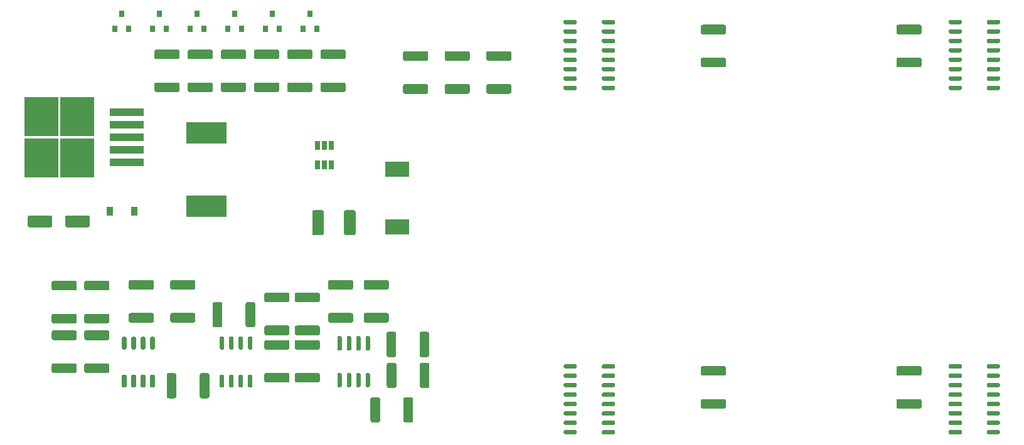
<source format=gtp>
%TF.GenerationSoftware,KiCad,Pcbnew,(5.1.12)-1*%
%TF.CreationDate,2023-04-30T22:07:06+02:00*%
%TF.ProjectId,roomcontroller,726f6f6d-636f-46e7-9472-6f6c6c65722e,rev?*%
%TF.SameCoordinates,Original*%
%TF.FileFunction,Paste,Top*%
%TF.FilePolarity,Positive*%
%FSLAX46Y46*%
G04 Gerber Fmt 4.6, Leading zero omitted, Abs format (unit mm)*
G04 Created by KiCad (PCBNEW (5.1.12)-1) date 2023-04-30 22:07:06*
%MOMM*%
%LPD*%
G01*
G04 APERTURE LIST*
%ADD10R,5.400000X2.900000*%
%ADD11R,3.200000X2.000000*%
%ADD12R,0.650000X1.220000*%
%ADD13R,0.800000X0.900000*%
%ADD14R,4.550000X5.250000*%
%ADD15R,4.600000X1.100000*%
%ADD16R,0.900000X1.200000*%
G04 APERTURE END LIST*
%TO.C,U4*%
G36*
G01*
X153610000Y-96125000D02*
X153610000Y-96425000D01*
G75*
G02*
X153460000Y-96575000I-150000J0D01*
G01*
X152010000Y-96575000D01*
G75*
G02*
X151860000Y-96425000I0J150000D01*
G01*
X151860000Y-96125000D01*
G75*
G02*
X152010000Y-95975000I150000J0D01*
G01*
X153460000Y-95975000D01*
G75*
G02*
X153610000Y-96125000I0J-150000D01*
G01*
G37*
G36*
G01*
X153610000Y-94855000D02*
X153610000Y-95155000D01*
G75*
G02*
X153460000Y-95305000I-150000J0D01*
G01*
X152010000Y-95305000D01*
G75*
G02*
X151860000Y-95155000I0J150000D01*
G01*
X151860000Y-94855000D01*
G75*
G02*
X152010000Y-94705000I150000J0D01*
G01*
X153460000Y-94705000D01*
G75*
G02*
X153610000Y-94855000I0J-150000D01*
G01*
G37*
G36*
G01*
X153610000Y-93585000D02*
X153610000Y-93885000D01*
G75*
G02*
X153460000Y-94035000I-150000J0D01*
G01*
X152010000Y-94035000D01*
G75*
G02*
X151860000Y-93885000I0J150000D01*
G01*
X151860000Y-93585000D01*
G75*
G02*
X152010000Y-93435000I150000J0D01*
G01*
X153460000Y-93435000D01*
G75*
G02*
X153610000Y-93585000I0J-150000D01*
G01*
G37*
G36*
G01*
X153610000Y-92315000D02*
X153610000Y-92615000D01*
G75*
G02*
X153460000Y-92765000I-150000J0D01*
G01*
X152010000Y-92765000D01*
G75*
G02*
X151860000Y-92615000I0J150000D01*
G01*
X151860000Y-92315000D01*
G75*
G02*
X152010000Y-92165000I150000J0D01*
G01*
X153460000Y-92165000D01*
G75*
G02*
X153610000Y-92315000I0J-150000D01*
G01*
G37*
G36*
G01*
X153610000Y-91045000D02*
X153610000Y-91345000D01*
G75*
G02*
X153460000Y-91495000I-150000J0D01*
G01*
X152010000Y-91495000D01*
G75*
G02*
X151860000Y-91345000I0J150000D01*
G01*
X151860000Y-91045000D01*
G75*
G02*
X152010000Y-90895000I150000J0D01*
G01*
X153460000Y-90895000D01*
G75*
G02*
X153610000Y-91045000I0J-150000D01*
G01*
G37*
G36*
G01*
X153610000Y-89775000D02*
X153610000Y-90075000D01*
G75*
G02*
X153460000Y-90225000I-150000J0D01*
G01*
X152010000Y-90225000D01*
G75*
G02*
X151860000Y-90075000I0J150000D01*
G01*
X151860000Y-89775000D01*
G75*
G02*
X152010000Y-89625000I150000J0D01*
G01*
X153460000Y-89625000D01*
G75*
G02*
X153610000Y-89775000I0J-150000D01*
G01*
G37*
G36*
G01*
X153610000Y-88505000D02*
X153610000Y-88805000D01*
G75*
G02*
X153460000Y-88955000I-150000J0D01*
G01*
X152010000Y-88955000D01*
G75*
G02*
X151860000Y-88805000I0J150000D01*
G01*
X151860000Y-88505000D01*
G75*
G02*
X152010000Y-88355000I150000J0D01*
G01*
X153460000Y-88355000D01*
G75*
G02*
X153610000Y-88505000I0J-150000D01*
G01*
G37*
G36*
G01*
X153610000Y-87235000D02*
X153610000Y-87535000D01*
G75*
G02*
X153460000Y-87685000I-150000J0D01*
G01*
X152010000Y-87685000D01*
G75*
G02*
X151860000Y-87535000I0J150000D01*
G01*
X151860000Y-87235000D01*
G75*
G02*
X152010000Y-87085000I150000J0D01*
G01*
X153460000Y-87085000D01*
G75*
G02*
X153610000Y-87235000I0J-150000D01*
G01*
G37*
G36*
G01*
X158760000Y-87235000D02*
X158760000Y-87535000D01*
G75*
G02*
X158610000Y-87685000I-150000J0D01*
G01*
X157160000Y-87685000D01*
G75*
G02*
X157010000Y-87535000I0J150000D01*
G01*
X157010000Y-87235000D01*
G75*
G02*
X157160000Y-87085000I150000J0D01*
G01*
X158610000Y-87085000D01*
G75*
G02*
X158760000Y-87235000I0J-150000D01*
G01*
G37*
G36*
G01*
X158760000Y-88505000D02*
X158760000Y-88805000D01*
G75*
G02*
X158610000Y-88955000I-150000J0D01*
G01*
X157160000Y-88955000D01*
G75*
G02*
X157010000Y-88805000I0J150000D01*
G01*
X157010000Y-88505000D01*
G75*
G02*
X157160000Y-88355000I150000J0D01*
G01*
X158610000Y-88355000D01*
G75*
G02*
X158760000Y-88505000I0J-150000D01*
G01*
G37*
G36*
G01*
X158760000Y-89775000D02*
X158760000Y-90075000D01*
G75*
G02*
X158610000Y-90225000I-150000J0D01*
G01*
X157160000Y-90225000D01*
G75*
G02*
X157010000Y-90075000I0J150000D01*
G01*
X157010000Y-89775000D01*
G75*
G02*
X157160000Y-89625000I150000J0D01*
G01*
X158610000Y-89625000D01*
G75*
G02*
X158760000Y-89775000I0J-150000D01*
G01*
G37*
G36*
G01*
X158760000Y-91045000D02*
X158760000Y-91345000D01*
G75*
G02*
X158610000Y-91495000I-150000J0D01*
G01*
X157160000Y-91495000D01*
G75*
G02*
X157010000Y-91345000I0J150000D01*
G01*
X157010000Y-91045000D01*
G75*
G02*
X157160000Y-90895000I150000J0D01*
G01*
X158610000Y-90895000D01*
G75*
G02*
X158760000Y-91045000I0J-150000D01*
G01*
G37*
G36*
G01*
X158760000Y-92315000D02*
X158760000Y-92615000D01*
G75*
G02*
X158610000Y-92765000I-150000J0D01*
G01*
X157160000Y-92765000D01*
G75*
G02*
X157010000Y-92615000I0J150000D01*
G01*
X157010000Y-92315000D01*
G75*
G02*
X157160000Y-92165000I150000J0D01*
G01*
X158610000Y-92165000D01*
G75*
G02*
X158760000Y-92315000I0J-150000D01*
G01*
G37*
G36*
G01*
X158760000Y-93585000D02*
X158760000Y-93885000D01*
G75*
G02*
X158610000Y-94035000I-150000J0D01*
G01*
X157160000Y-94035000D01*
G75*
G02*
X157010000Y-93885000I0J150000D01*
G01*
X157010000Y-93585000D01*
G75*
G02*
X157160000Y-93435000I150000J0D01*
G01*
X158610000Y-93435000D01*
G75*
G02*
X158760000Y-93585000I0J-150000D01*
G01*
G37*
G36*
G01*
X158760000Y-94855000D02*
X158760000Y-95155000D01*
G75*
G02*
X158610000Y-95305000I-150000J0D01*
G01*
X157160000Y-95305000D01*
G75*
G02*
X157010000Y-95155000I0J150000D01*
G01*
X157010000Y-94855000D01*
G75*
G02*
X157160000Y-94705000I150000J0D01*
G01*
X158610000Y-94705000D01*
G75*
G02*
X158760000Y-94855000I0J-150000D01*
G01*
G37*
G36*
G01*
X158760000Y-96125000D02*
X158760000Y-96425000D01*
G75*
G02*
X158610000Y-96575000I-150000J0D01*
G01*
X157160000Y-96575000D01*
G75*
G02*
X157010000Y-96425000I0J150000D01*
G01*
X157010000Y-96125000D01*
G75*
G02*
X157160000Y-95975000I150000J0D01*
G01*
X158610000Y-95975000D01*
G75*
G02*
X158760000Y-96125000I0J-150000D01*
G01*
G37*
%TD*%
%TO.C,U3*%
G36*
G01*
X101650000Y-96125000D02*
X101650000Y-96425000D01*
G75*
G02*
X101500000Y-96575000I-150000J0D01*
G01*
X100050000Y-96575000D01*
G75*
G02*
X99900000Y-96425000I0J150000D01*
G01*
X99900000Y-96125000D01*
G75*
G02*
X100050000Y-95975000I150000J0D01*
G01*
X101500000Y-95975000D01*
G75*
G02*
X101650000Y-96125000I0J-150000D01*
G01*
G37*
G36*
G01*
X101650000Y-94855000D02*
X101650000Y-95155000D01*
G75*
G02*
X101500000Y-95305000I-150000J0D01*
G01*
X100050000Y-95305000D01*
G75*
G02*
X99900000Y-95155000I0J150000D01*
G01*
X99900000Y-94855000D01*
G75*
G02*
X100050000Y-94705000I150000J0D01*
G01*
X101500000Y-94705000D01*
G75*
G02*
X101650000Y-94855000I0J-150000D01*
G01*
G37*
G36*
G01*
X101650000Y-93585000D02*
X101650000Y-93885000D01*
G75*
G02*
X101500000Y-94035000I-150000J0D01*
G01*
X100050000Y-94035000D01*
G75*
G02*
X99900000Y-93885000I0J150000D01*
G01*
X99900000Y-93585000D01*
G75*
G02*
X100050000Y-93435000I150000J0D01*
G01*
X101500000Y-93435000D01*
G75*
G02*
X101650000Y-93585000I0J-150000D01*
G01*
G37*
G36*
G01*
X101650000Y-92315000D02*
X101650000Y-92615000D01*
G75*
G02*
X101500000Y-92765000I-150000J0D01*
G01*
X100050000Y-92765000D01*
G75*
G02*
X99900000Y-92615000I0J150000D01*
G01*
X99900000Y-92315000D01*
G75*
G02*
X100050000Y-92165000I150000J0D01*
G01*
X101500000Y-92165000D01*
G75*
G02*
X101650000Y-92315000I0J-150000D01*
G01*
G37*
G36*
G01*
X101650000Y-91045000D02*
X101650000Y-91345000D01*
G75*
G02*
X101500000Y-91495000I-150000J0D01*
G01*
X100050000Y-91495000D01*
G75*
G02*
X99900000Y-91345000I0J150000D01*
G01*
X99900000Y-91045000D01*
G75*
G02*
X100050000Y-90895000I150000J0D01*
G01*
X101500000Y-90895000D01*
G75*
G02*
X101650000Y-91045000I0J-150000D01*
G01*
G37*
G36*
G01*
X101650000Y-89775000D02*
X101650000Y-90075000D01*
G75*
G02*
X101500000Y-90225000I-150000J0D01*
G01*
X100050000Y-90225000D01*
G75*
G02*
X99900000Y-90075000I0J150000D01*
G01*
X99900000Y-89775000D01*
G75*
G02*
X100050000Y-89625000I150000J0D01*
G01*
X101500000Y-89625000D01*
G75*
G02*
X101650000Y-89775000I0J-150000D01*
G01*
G37*
G36*
G01*
X101650000Y-88505000D02*
X101650000Y-88805000D01*
G75*
G02*
X101500000Y-88955000I-150000J0D01*
G01*
X100050000Y-88955000D01*
G75*
G02*
X99900000Y-88805000I0J150000D01*
G01*
X99900000Y-88505000D01*
G75*
G02*
X100050000Y-88355000I150000J0D01*
G01*
X101500000Y-88355000D01*
G75*
G02*
X101650000Y-88505000I0J-150000D01*
G01*
G37*
G36*
G01*
X101650000Y-87235000D02*
X101650000Y-87535000D01*
G75*
G02*
X101500000Y-87685000I-150000J0D01*
G01*
X100050000Y-87685000D01*
G75*
G02*
X99900000Y-87535000I0J150000D01*
G01*
X99900000Y-87235000D01*
G75*
G02*
X100050000Y-87085000I150000J0D01*
G01*
X101500000Y-87085000D01*
G75*
G02*
X101650000Y-87235000I0J-150000D01*
G01*
G37*
G36*
G01*
X106800000Y-87235000D02*
X106800000Y-87535000D01*
G75*
G02*
X106650000Y-87685000I-150000J0D01*
G01*
X105200000Y-87685000D01*
G75*
G02*
X105050000Y-87535000I0J150000D01*
G01*
X105050000Y-87235000D01*
G75*
G02*
X105200000Y-87085000I150000J0D01*
G01*
X106650000Y-87085000D01*
G75*
G02*
X106800000Y-87235000I0J-150000D01*
G01*
G37*
G36*
G01*
X106800000Y-88505000D02*
X106800000Y-88805000D01*
G75*
G02*
X106650000Y-88955000I-150000J0D01*
G01*
X105200000Y-88955000D01*
G75*
G02*
X105050000Y-88805000I0J150000D01*
G01*
X105050000Y-88505000D01*
G75*
G02*
X105200000Y-88355000I150000J0D01*
G01*
X106650000Y-88355000D01*
G75*
G02*
X106800000Y-88505000I0J-150000D01*
G01*
G37*
G36*
G01*
X106800000Y-89775000D02*
X106800000Y-90075000D01*
G75*
G02*
X106650000Y-90225000I-150000J0D01*
G01*
X105200000Y-90225000D01*
G75*
G02*
X105050000Y-90075000I0J150000D01*
G01*
X105050000Y-89775000D01*
G75*
G02*
X105200000Y-89625000I150000J0D01*
G01*
X106650000Y-89625000D01*
G75*
G02*
X106800000Y-89775000I0J-150000D01*
G01*
G37*
G36*
G01*
X106800000Y-91045000D02*
X106800000Y-91345000D01*
G75*
G02*
X106650000Y-91495000I-150000J0D01*
G01*
X105200000Y-91495000D01*
G75*
G02*
X105050000Y-91345000I0J150000D01*
G01*
X105050000Y-91045000D01*
G75*
G02*
X105200000Y-90895000I150000J0D01*
G01*
X106650000Y-90895000D01*
G75*
G02*
X106800000Y-91045000I0J-150000D01*
G01*
G37*
G36*
G01*
X106800000Y-92315000D02*
X106800000Y-92615000D01*
G75*
G02*
X106650000Y-92765000I-150000J0D01*
G01*
X105200000Y-92765000D01*
G75*
G02*
X105050000Y-92615000I0J150000D01*
G01*
X105050000Y-92315000D01*
G75*
G02*
X105200000Y-92165000I150000J0D01*
G01*
X106650000Y-92165000D01*
G75*
G02*
X106800000Y-92315000I0J-150000D01*
G01*
G37*
G36*
G01*
X106800000Y-93585000D02*
X106800000Y-93885000D01*
G75*
G02*
X106650000Y-94035000I-150000J0D01*
G01*
X105200000Y-94035000D01*
G75*
G02*
X105050000Y-93885000I0J150000D01*
G01*
X105050000Y-93585000D01*
G75*
G02*
X105200000Y-93435000I150000J0D01*
G01*
X106650000Y-93435000D01*
G75*
G02*
X106800000Y-93585000I0J-150000D01*
G01*
G37*
G36*
G01*
X106800000Y-94855000D02*
X106800000Y-95155000D01*
G75*
G02*
X106650000Y-95305000I-150000J0D01*
G01*
X105200000Y-95305000D01*
G75*
G02*
X105050000Y-95155000I0J150000D01*
G01*
X105050000Y-94855000D01*
G75*
G02*
X105200000Y-94705000I150000J0D01*
G01*
X106650000Y-94705000D01*
G75*
G02*
X106800000Y-94855000I0J-150000D01*
G01*
G37*
G36*
G01*
X106800000Y-96125000D02*
X106800000Y-96425000D01*
G75*
G02*
X106650000Y-96575000I-150000J0D01*
G01*
X105200000Y-96575000D01*
G75*
G02*
X105050000Y-96425000I0J150000D01*
G01*
X105050000Y-96125000D01*
G75*
G02*
X105200000Y-95975000I150000J0D01*
G01*
X106650000Y-95975000D01*
G75*
G02*
X106800000Y-96125000I0J-150000D01*
G01*
G37*
%TD*%
%TO.C,U2*%
G36*
G01*
X105050000Y-41035000D02*
X105050000Y-40735000D01*
G75*
G02*
X105200000Y-40585000I150000J0D01*
G01*
X106650000Y-40585000D01*
G75*
G02*
X106800000Y-40735000I0J-150000D01*
G01*
X106800000Y-41035000D01*
G75*
G02*
X106650000Y-41185000I-150000J0D01*
G01*
X105200000Y-41185000D01*
G75*
G02*
X105050000Y-41035000I0J150000D01*
G01*
G37*
G36*
G01*
X105050000Y-42305000D02*
X105050000Y-42005000D01*
G75*
G02*
X105200000Y-41855000I150000J0D01*
G01*
X106650000Y-41855000D01*
G75*
G02*
X106800000Y-42005000I0J-150000D01*
G01*
X106800000Y-42305000D01*
G75*
G02*
X106650000Y-42455000I-150000J0D01*
G01*
X105200000Y-42455000D01*
G75*
G02*
X105050000Y-42305000I0J150000D01*
G01*
G37*
G36*
G01*
X105050000Y-43575000D02*
X105050000Y-43275000D01*
G75*
G02*
X105200000Y-43125000I150000J0D01*
G01*
X106650000Y-43125000D01*
G75*
G02*
X106800000Y-43275000I0J-150000D01*
G01*
X106800000Y-43575000D01*
G75*
G02*
X106650000Y-43725000I-150000J0D01*
G01*
X105200000Y-43725000D01*
G75*
G02*
X105050000Y-43575000I0J150000D01*
G01*
G37*
G36*
G01*
X105050000Y-44845000D02*
X105050000Y-44545000D01*
G75*
G02*
X105200000Y-44395000I150000J0D01*
G01*
X106650000Y-44395000D01*
G75*
G02*
X106800000Y-44545000I0J-150000D01*
G01*
X106800000Y-44845000D01*
G75*
G02*
X106650000Y-44995000I-150000J0D01*
G01*
X105200000Y-44995000D01*
G75*
G02*
X105050000Y-44845000I0J150000D01*
G01*
G37*
G36*
G01*
X105050000Y-46115000D02*
X105050000Y-45815000D01*
G75*
G02*
X105200000Y-45665000I150000J0D01*
G01*
X106650000Y-45665000D01*
G75*
G02*
X106800000Y-45815000I0J-150000D01*
G01*
X106800000Y-46115000D01*
G75*
G02*
X106650000Y-46265000I-150000J0D01*
G01*
X105200000Y-46265000D01*
G75*
G02*
X105050000Y-46115000I0J150000D01*
G01*
G37*
G36*
G01*
X105050000Y-47385000D02*
X105050000Y-47085000D01*
G75*
G02*
X105200000Y-46935000I150000J0D01*
G01*
X106650000Y-46935000D01*
G75*
G02*
X106800000Y-47085000I0J-150000D01*
G01*
X106800000Y-47385000D01*
G75*
G02*
X106650000Y-47535000I-150000J0D01*
G01*
X105200000Y-47535000D01*
G75*
G02*
X105050000Y-47385000I0J150000D01*
G01*
G37*
G36*
G01*
X105050000Y-48655000D02*
X105050000Y-48355000D01*
G75*
G02*
X105200000Y-48205000I150000J0D01*
G01*
X106650000Y-48205000D01*
G75*
G02*
X106800000Y-48355000I0J-150000D01*
G01*
X106800000Y-48655000D01*
G75*
G02*
X106650000Y-48805000I-150000J0D01*
G01*
X105200000Y-48805000D01*
G75*
G02*
X105050000Y-48655000I0J150000D01*
G01*
G37*
G36*
G01*
X105050000Y-49925000D02*
X105050000Y-49625000D01*
G75*
G02*
X105200000Y-49475000I150000J0D01*
G01*
X106650000Y-49475000D01*
G75*
G02*
X106800000Y-49625000I0J-150000D01*
G01*
X106800000Y-49925000D01*
G75*
G02*
X106650000Y-50075000I-150000J0D01*
G01*
X105200000Y-50075000D01*
G75*
G02*
X105050000Y-49925000I0J150000D01*
G01*
G37*
G36*
G01*
X99900000Y-49925000D02*
X99900000Y-49625000D01*
G75*
G02*
X100050000Y-49475000I150000J0D01*
G01*
X101500000Y-49475000D01*
G75*
G02*
X101650000Y-49625000I0J-150000D01*
G01*
X101650000Y-49925000D01*
G75*
G02*
X101500000Y-50075000I-150000J0D01*
G01*
X100050000Y-50075000D01*
G75*
G02*
X99900000Y-49925000I0J150000D01*
G01*
G37*
G36*
G01*
X99900000Y-48655000D02*
X99900000Y-48355000D01*
G75*
G02*
X100050000Y-48205000I150000J0D01*
G01*
X101500000Y-48205000D01*
G75*
G02*
X101650000Y-48355000I0J-150000D01*
G01*
X101650000Y-48655000D01*
G75*
G02*
X101500000Y-48805000I-150000J0D01*
G01*
X100050000Y-48805000D01*
G75*
G02*
X99900000Y-48655000I0J150000D01*
G01*
G37*
G36*
G01*
X99900000Y-47385000D02*
X99900000Y-47085000D01*
G75*
G02*
X100050000Y-46935000I150000J0D01*
G01*
X101500000Y-46935000D01*
G75*
G02*
X101650000Y-47085000I0J-150000D01*
G01*
X101650000Y-47385000D01*
G75*
G02*
X101500000Y-47535000I-150000J0D01*
G01*
X100050000Y-47535000D01*
G75*
G02*
X99900000Y-47385000I0J150000D01*
G01*
G37*
G36*
G01*
X99900000Y-46115000D02*
X99900000Y-45815000D01*
G75*
G02*
X100050000Y-45665000I150000J0D01*
G01*
X101500000Y-45665000D01*
G75*
G02*
X101650000Y-45815000I0J-150000D01*
G01*
X101650000Y-46115000D01*
G75*
G02*
X101500000Y-46265000I-150000J0D01*
G01*
X100050000Y-46265000D01*
G75*
G02*
X99900000Y-46115000I0J150000D01*
G01*
G37*
G36*
G01*
X99900000Y-44845000D02*
X99900000Y-44545000D01*
G75*
G02*
X100050000Y-44395000I150000J0D01*
G01*
X101500000Y-44395000D01*
G75*
G02*
X101650000Y-44545000I0J-150000D01*
G01*
X101650000Y-44845000D01*
G75*
G02*
X101500000Y-44995000I-150000J0D01*
G01*
X100050000Y-44995000D01*
G75*
G02*
X99900000Y-44845000I0J150000D01*
G01*
G37*
G36*
G01*
X99900000Y-43575000D02*
X99900000Y-43275000D01*
G75*
G02*
X100050000Y-43125000I150000J0D01*
G01*
X101500000Y-43125000D01*
G75*
G02*
X101650000Y-43275000I0J-150000D01*
G01*
X101650000Y-43575000D01*
G75*
G02*
X101500000Y-43725000I-150000J0D01*
G01*
X100050000Y-43725000D01*
G75*
G02*
X99900000Y-43575000I0J150000D01*
G01*
G37*
G36*
G01*
X99900000Y-42305000D02*
X99900000Y-42005000D01*
G75*
G02*
X100050000Y-41855000I150000J0D01*
G01*
X101500000Y-41855000D01*
G75*
G02*
X101650000Y-42005000I0J-150000D01*
G01*
X101650000Y-42305000D01*
G75*
G02*
X101500000Y-42455000I-150000J0D01*
G01*
X100050000Y-42455000D01*
G75*
G02*
X99900000Y-42305000I0J150000D01*
G01*
G37*
G36*
G01*
X99900000Y-41035000D02*
X99900000Y-40735000D01*
G75*
G02*
X100050000Y-40585000I150000J0D01*
G01*
X101500000Y-40585000D01*
G75*
G02*
X101650000Y-40735000I0J-150000D01*
G01*
X101650000Y-41035000D01*
G75*
G02*
X101500000Y-41185000I-150000J0D01*
G01*
X100050000Y-41185000D01*
G75*
G02*
X99900000Y-41035000I0J150000D01*
G01*
G37*
%TD*%
%TO.C,U1*%
G36*
G01*
X157010000Y-41035000D02*
X157010000Y-40735000D01*
G75*
G02*
X157160000Y-40585000I150000J0D01*
G01*
X158610000Y-40585000D01*
G75*
G02*
X158760000Y-40735000I0J-150000D01*
G01*
X158760000Y-41035000D01*
G75*
G02*
X158610000Y-41185000I-150000J0D01*
G01*
X157160000Y-41185000D01*
G75*
G02*
X157010000Y-41035000I0J150000D01*
G01*
G37*
G36*
G01*
X157010000Y-42305000D02*
X157010000Y-42005000D01*
G75*
G02*
X157160000Y-41855000I150000J0D01*
G01*
X158610000Y-41855000D01*
G75*
G02*
X158760000Y-42005000I0J-150000D01*
G01*
X158760000Y-42305000D01*
G75*
G02*
X158610000Y-42455000I-150000J0D01*
G01*
X157160000Y-42455000D01*
G75*
G02*
X157010000Y-42305000I0J150000D01*
G01*
G37*
G36*
G01*
X157010000Y-43575000D02*
X157010000Y-43275000D01*
G75*
G02*
X157160000Y-43125000I150000J0D01*
G01*
X158610000Y-43125000D01*
G75*
G02*
X158760000Y-43275000I0J-150000D01*
G01*
X158760000Y-43575000D01*
G75*
G02*
X158610000Y-43725000I-150000J0D01*
G01*
X157160000Y-43725000D01*
G75*
G02*
X157010000Y-43575000I0J150000D01*
G01*
G37*
G36*
G01*
X157010000Y-44845000D02*
X157010000Y-44545000D01*
G75*
G02*
X157160000Y-44395000I150000J0D01*
G01*
X158610000Y-44395000D01*
G75*
G02*
X158760000Y-44545000I0J-150000D01*
G01*
X158760000Y-44845000D01*
G75*
G02*
X158610000Y-44995000I-150000J0D01*
G01*
X157160000Y-44995000D01*
G75*
G02*
X157010000Y-44845000I0J150000D01*
G01*
G37*
G36*
G01*
X157010000Y-46115000D02*
X157010000Y-45815000D01*
G75*
G02*
X157160000Y-45665000I150000J0D01*
G01*
X158610000Y-45665000D01*
G75*
G02*
X158760000Y-45815000I0J-150000D01*
G01*
X158760000Y-46115000D01*
G75*
G02*
X158610000Y-46265000I-150000J0D01*
G01*
X157160000Y-46265000D01*
G75*
G02*
X157010000Y-46115000I0J150000D01*
G01*
G37*
G36*
G01*
X157010000Y-47385000D02*
X157010000Y-47085000D01*
G75*
G02*
X157160000Y-46935000I150000J0D01*
G01*
X158610000Y-46935000D01*
G75*
G02*
X158760000Y-47085000I0J-150000D01*
G01*
X158760000Y-47385000D01*
G75*
G02*
X158610000Y-47535000I-150000J0D01*
G01*
X157160000Y-47535000D01*
G75*
G02*
X157010000Y-47385000I0J150000D01*
G01*
G37*
G36*
G01*
X157010000Y-48655000D02*
X157010000Y-48355000D01*
G75*
G02*
X157160000Y-48205000I150000J0D01*
G01*
X158610000Y-48205000D01*
G75*
G02*
X158760000Y-48355000I0J-150000D01*
G01*
X158760000Y-48655000D01*
G75*
G02*
X158610000Y-48805000I-150000J0D01*
G01*
X157160000Y-48805000D01*
G75*
G02*
X157010000Y-48655000I0J150000D01*
G01*
G37*
G36*
G01*
X157010000Y-49925000D02*
X157010000Y-49625000D01*
G75*
G02*
X157160000Y-49475000I150000J0D01*
G01*
X158610000Y-49475000D01*
G75*
G02*
X158760000Y-49625000I0J-150000D01*
G01*
X158760000Y-49925000D01*
G75*
G02*
X158610000Y-50075000I-150000J0D01*
G01*
X157160000Y-50075000D01*
G75*
G02*
X157010000Y-49925000I0J150000D01*
G01*
G37*
G36*
G01*
X151860000Y-49925000D02*
X151860000Y-49625000D01*
G75*
G02*
X152010000Y-49475000I150000J0D01*
G01*
X153460000Y-49475000D01*
G75*
G02*
X153610000Y-49625000I0J-150000D01*
G01*
X153610000Y-49925000D01*
G75*
G02*
X153460000Y-50075000I-150000J0D01*
G01*
X152010000Y-50075000D01*
G75*
G02*
X151860000Y-49925000I0J150000D01*
G01*
G37*
G36*
G01*
X151860000Y-48655000D02*
X151860000Y-48355000D01*
G75*
G02*
X152010000Y-48205000I150000J0D01*
G01*
X153460000Y-48205000D01*
G75*
G02*
X153610000Y-48355000I0J-150000D01*
G01*
X153610000Y-48655000D01*
G75*
G02*
X153460000Y-48805000I-150000J0D01*
G01*
X152010000Y-48805000D01*
G75*
G02*
X151860000Y-48655000I0J150000D01*
G01*
G37*
G36*
G01*
X151860000Y-47385000D02*
X151860000Y-47085000D01*
G75*
G02*
X152010000Y-46935000I150000J0D01*
G01*
X153460000Y-46935000D01*
G75*
G02*
X153610000Y-47085000I0J-150000D01*
G01*
X153610000Y-47385000D01*
G75*
G02*
X153460000Y-47535000I-150000J0D01*
G01*
X152010000Y-47535000D01*
G75*
G02*
X151860000Y-47385000I0J150000D01*
G01*
G37*
G36*
G01*
X151860000Y-46115000D02*
X151860000Y-45815000D01*
G75*
G02*
X152010000Y-45665000I150000J0D01*
G01*
X153460000Y-45665000D01*
G75*
G02*
X153610000Y-45815000I0J-150000D01*
G01*
X153610000Y-46115000D01*
G75*
G02*
X153460000Y-46265000I-150000J0D01*
G01*
X152010000Y-46265000D01*
G75*
G02*
X151860000Y-46115000I0J150000D01*
G01*
G37*
G36*
G01*
X151860000Y-44845000D02*
X151860000Y-44545000D01*
G75*
G02*
X152010000Y-44395000I150000J0D01*
G01*
X153460000Y-44395000D01*
G75*
G02*
X153610000Y-44545000I0J-150000D01*
G01*
X153610000Y-44845000D01*
G75*
G02*
X153460000Y-44995000I-150000J0D01*
G01*
X152010000Y-44995000D01*
G75*
G02*
X151860000Y-44845000I0J150000D01*
G01*
G37*
G36*
G01*
X151860000Y-43575000D02*
X151860000Y-43275000D01*
G75*
G02*
X152010000Y-43125000I150000J0D01*
G01*
X153460000Y-43125000D01*
G75*
G02*
X153610000Y-43275000I0J-150000D01*
G01*
X153610000Y-43575000D01*
G75*
G02*
X153460000Y-43725000I-150000J0D01*
G01*
X152010000Y-43725000D01*
G75*
G02*
X151860000Y-43575000I0J150000D01*
G01*
G37*
G36*
G01*
X151860000Y-42305000D02*
X151860000Y-42005000D01*
G75*
G02*
X152010000Y-41855000I150000J0D01*
G01*
X153460000Y-41855000D01*
G75*
G02*
X153610000Y-42005000I0J-150000D01*
G01*
X153610000Y-42305000D01*
G75*
G02*
X153460000Y-42455000I-150000J0D01*
G01*
X152010000Y-42455000D01*
G75*
G02*
X151860000Y-42305000I0J150000D01*
G01*
G37*
G36*
G01*
X151860000Y-41035000D02*
X151860000Y-40735000D01*
G75*
G02*
X152010000Y-40585000I150000J0D01*
G01*
X153460000Y-40585000D01*
G75*
G02*
X153610000Y-40735000I0J-150000D01*
G01*
X153610000Y-41035000D01*
G75*
G02*
X153460000Y-41185000I-150000J0D01*
G01*
X152010000Y-41185000D01*
G75*
G02*
X151860000Y-41035000I0J150000D01*
G01*
G37*
%TD*%
%TO.C,C1*%
G36*
G01*
X32635000Y-68350000D02*
X32635000Y-67250000D01*
G75*
G02*
X32885000Y-67000000I250000J0D01*
G01*
X35710000Y-67000000D01*
G75*
G02*
X35960000Y-67250000I0J-250000D01*
G01*
X35960000Y-68350000D01*
G75*
G02*
X35710000Y-68600000I-250000J0D01*
G01*
X32885000Y-68600000D01*
G75*
G02*
X32635000Y-68350000I0J250000D01*
G01*
G37*
G36*
G01*
X27560000Y-68350000D02*
X27560000Y-67250000D01*
G75*
G02*
X27810000Y-67000000I250000J0D01*
G01*
X30635000Y-67000000D01*
G75*
G02*
X30885000Y-67250000I0J-250000D01*
G01*
X30885000Y-68350000D01*
G75*
G02*
X30635000Y-68600000I-250000J0D01*
G01*
X27810000Y-68600000D01*
G75*
G02*
X27560000Y-68350000I0J250000D01*
G01*
G37*
%TD*%
%TO.C,U9*%
G36*
G01*
X44255000Y-88500000D02*
X44555000Y-88500000D01*
G75*
G02*
X44705000Y-88650000I0J-150000D01*
G01*
X44705000Y-90100000D01*
G75*
G02*
X44555000Y-90250000I-150000J0D01*
G01*
X44255000Y-90250000D01*
G75*
G02*
X44105000Y-90100000I0J150000D01*
G01*
X44105000Y-88650000D01*
G75*
G02*
X44255000Y-88500000I150000J0D01*
G01*
G37*
G36*
G01*
X42985000Y-88500000D02*
X43285000Y-88500000D01*
G75*
G02*
X43435000Y-88650000I0J-150000D01*
G01*
X43435000Y-90100000D01*
G75*
G02*
X43285000Y-90250000I-150000J0D01*
G01*
X42985000Y-90250000D01*
G75*
G02*
X42835000Y-90100000I0J150000D01*
G01*
X42835000Y-88650000D01*
G75*
G02*
X42985000Y-88500000I150000J0D01*
G01*
G37*
G36*
G01*
X41715000Y-88500000D02*
X42015000Y-88500000D01*
G75*
G02*
X42165000Y-88650000I0J-150000D01*
G01*
X42165000Y-90100000D01*
G75*
G02*
X42015000Y-90250000I-150000J0D01*
G01*
X41715000Y-90250000D01*
G75*
G02*
X41565000Y-90100000I0J150000D01*
G01*
X41565000Y-88650000D01*
G75*
G02*
X41715000Y-88500000I150000J0D01*
G01*
G37*
G36*
G01*
X40445000Y-88500000D02*
X40745000Y-88500000D01*
G75*
G02*
X40895000Y-88650000I0J-150000D01*
G01*
X40895000Y-90100000D01*
G75*
G02*
X40745000Y-90250000I-150000J0D01*
G01*
X40445000Y-90250000D01*
G75*
G02*
X40295000Y-90100000I0J150000D01*
G01*
X40295000Y-88650000D01*
G75*
G02*
X40445000Y-88500000I150000J0D01*
G01*
G37*
G36*
G01*
X40445000Y-83350000D02*
X40745000Y-83350000D01*
G75*
G02*
X40895000Y-83500000I0J-150000D01*
G01*
X40895000Y-84950000D01*
G75*
G02*
X40745000Y-85100000I-150000J0D01*
G01*
X40445000Y-85100000D01*
G75*
G02*
X40295000Y-84950000I0J150000D01*
G01*
X40295000Y-83500000D01*
G75*
G02*
X40445000Y-83350000I150000J0D01*
G01*
G37*
G36*
G01*
X41715000Y-83350000D02*
X42015000Y-83350000D01*
G75*
G02*
X42165000Y-83500000I0J-150000D01*
G01*
X42165000Y-84950000D01*
G75*
G02*
X42015000Y-85100000I-150000J0D01*
G01*
X41715000Y-85100000D01*
G75*
G02*
X41565000Y-84950000I0J150000D01*
G01*
X41565000Y-83500000D01*
G75*
G02*
X41715000Y-83350000I150000J0D01*
G01*
G37*
G36*
G01*
X42985000Y-83350000D02*
X43285000Y-83350000D01*
G75*
G02*
X43435000Y-83500000I0J-150000D01*
G01*
X43435000Y-84950000D01*
G75*
G02*
X43285000Y-85100000I-150000J0D01*
G01*
X42985000Y-85100000D01*
G75*
G02*
X42835000Y-84950000I0J150000D01*
G01*
X42835000Y-83500000D01*
G75*
G02*
X42985000Y-83350000I150000J0D01*
G01*
G37*
G36*
G01*
X44255000Y-83350000D02*
X44555000Y-83350000D01*
G75*
G02*
X44705000Y-83500000I0J-150000D01*
G01*
X44705000Y-84950000D01*
G75*
G02*
X44555000Y-85100000I-150000J0D01*
G01*
X44255000Y-85100000D01*
G75*
G02*
X44105000Y-84950000I0J150000D01*
G01*
X44105000Y-83500000D01*
G75*
G02*
X44255000Y-83350000I150000J0D01*
G01*
G37*
%TD*%
%TO.C,R30*%
G36*
G01*
X50775000Y-91450001D02*
X50775000Y-88549999D01*
G75*
G02*
X51024999Y-88300000I249999J0D01*
G01*
X51825001Y-88300000D01*
G75*
G02*
X52075000Y-88549999I0J-249999D01*
G01*
X52075000Y-91450001D01*
G75*
G02*
X51825001Y-91700000I-249999J0D01*
G01*
X51024999Y-91700000D01*
G75*
G02*
X50775000Y-91450001I0J249999D01*
G01*
G37*
G36*
G01*
X46325000Y-91450001D02*
X46325000Y-88549999D01*
G75*
G02*
X46574999Y-88300000I249999J0D01*
G01*
X47375001Y-88300000D01*
G75*
G02*
X47625000Y-88549999I0J-249999D01*
G01*
X47625000Y-91450001D01*
G75*
G02*
X47375001Y-91700000I-249999J0D01*
G01*
X46574999Y-91700000D01*
G75*
G02*
X46325000Y-91450001I0J249999D01*
G01*
G37*
%TD*%
%TO.C,R29*%
G36*
G01*
X31049999Y-86975000D02*
X33950001Y-86975000D01*
G75*
G02*
X34200000Y-87224999I0J-249999D01*
G01*
X34200000Y-88025001D01*
G75*
G02*
X33950001Y-88275000I-249999J0D01*
G01*
X31049999Y-88275000D01*
G75*
G02*
X30800000Y-88025001I0J249999D01*
G01*
X30800000Y-87224999D01*
G75*
G02*
X31049999Y-86975000I249999J0D01*
G01*
G37*
G36*
G01*
X31049999Y-82525000D02*
X33950001Y-82525000D01*
G75*
G02*
X34200000Y-82774999I0J-249999D01*
G01*
X34200000Y-83575001D01*
G75*
G02*
X33950001Y-83825000I-249999J0D01*
G01*
X31049999Y-83825000D01*
G75*
G02*
X30800000Y-83575001I0J249999D01*
G01*
X30800000Y-82774999D01*
G75*
G02*
X31049999Y-82525000I249999J0D01*
G01*
G37*
%TD*%
%TO.C,R28*%
G36*
G01*
X38350001Y-77125000D02*
X35449999Y-77125000D01*
G75*
G02*
X35200000Y-76875001I0J249999D01*
G01*
X35200000Y-76074999D01*
G75*
G02*
X35449999Y-75825000I249999J0D01*
G01*
X38350001Y-75825000D01*
G75*
G02*
X38600000Y-76074999I0J-249999D01*
G01*
X38600000Y-76875001D01*
G75*
G02*
X38350001Y-77125000I-249999J0D01*
G01*
G37*
G36*
G01*
X38350001Y-81575000D02*
X35449999Y-81575000D01*
G75*
G02*
X35200000Y-81325001I0J249999D01*
G01*
X35200000Y-80524999D01*
G75*
G02*
X35449999Y-80275000I249999J0D01*
G01*
X38350001Y-80275000D01*
G75*
G02*
X38600000Y-80524999I0J-249999D01*
G01*
X38600000Y-81325001D01*
G75*
G02*
X38350001Y-81575000I-249999J0D01*
G01*
G37*
%TD*%
%TO.C,R27*%
G36*
G01*
X33950001Y-77125000D02*
X31049999Y-77125000D01*
G75*
G02*
X30800000Y-76875001I0J249999D01*
G01*
X30800000Y-76074999D01*
G75*
G02*
X31049999Y-75825000I249999J0D01*
G01*
X33950001Y-75825000D01*
G75*
G02*
X34200000Y-76074999I0J-249999D01*
G01*
X34200000Y-76875001D01*
G75*
G02*
X33950001Y-77125000I-249999J0D01*
G01*
G37*
G36*
G01*
X33950001Y-81575000D02*
X31049999Y-81575000D01*
G75*
G02*
X30800000Y-81325001I0J249999D01*
G01*
X30800000Y-80524999D01*
G75*
G02*
X31049999Y-80275000I249999J0D01*
G01*
X33950001Y-80275000D01*
G75*
G02*
X34200000Y-80524999I0J-249999D01*
G01*
X34200000Y-81325001D01*
G75*
G02*
X33950001Y-81575000I-249999J0D01*
G01*
G37*
%TD*%
%TO.C,R26*%
G36*
G01*
X47049999Y-80175000D02*
X49950001Y-80175000D01*
G75*
G02*
X50200000Y-80424999I0J-249999D01*
G01*
X50200000Y-81225001D01*
G75*
G02*
X49950001Y-81475000I-249999J0D01*
G01*
X47049999Y-81475000D01*
G75*
G02*
X46800000Y-81225001I0J249999D01*
G01*
X46800000Y-80424999D01*
G75*
G02*
X47049999Y-80175000I249999J0D01*
G01*
G37*
G36*
G01*
X47049999Y-75725000D02*
X49950001Y-75725000D01*
G75*
G02*
X50200000Y-75974999I0J-249999D01*
G01*
X50200000Y-76775001D01*
G75*
G02*
X49950001Y-77025000I-249999J0D01*
G01*
X47049999Y-77025000D01*
G75*
G02*
X46800000Y-76775001I0J249999D01*
G01*
X46800000Y-75974999D01*
G75*
G02*
X47049999Y-75725000I249999J0D01*
G01*
G37*
%TD*%
%TO.C,R25*%
G36*
G01*
X44350001Y-77025000D02*
X41449999Y-77025000D01*
G75*
G02*
X41200000Y-76775001I0J249999D01*
G01*
X41200000Y-75974999D01*
G75*
G02*
X41449999Y-75725000I249999J0D01*
G01*
X44350001Y-75725000D01*
G75*
G02*
X44600000Y-75974999I0J-249999D01*
G01*
X44600000Y-76775001D01*
G75*
G02*
X44350001Y-77025000I-249999J0D01*
G01*
G37*
G36*
G01*
X44350001Y-81475000D02*
X41449999Y-81475000D01*
G75*
G02*
X41200000Y-81225001I0J249999D01*
G01*
X41200000Y-80424999D01*
G75*
G02*
X41449999Y-80175000I249999J0D01*
G01*
X44350001Y-80175000D01*
G75*
G02*
X44600000Y-80424999I0J-249999D01*
G01*
X44600000Y-81225001D01*
G75*
G02*
X44350001Y-81475000I-249999J0D01*
G01*
G37*
%TD*%
%TO.C,R24*%
G36*
G01*
X35449999Y-86975000D02*
X38350001Y-86975000D01*
G75*
G02*
X38600000Y-87224999I0J-249999D01*
G01*
X38600000Y-88025001D01*
G75*
G02*
X38350001Y-88275000I-249999J0D01*
G01*
X35449999Y-88275000D01*
G75*
G02*
X35200000Y-88025001I0J249999D01*
G01*
X35200000Y-87224999D01*
G75*
G02*
X35449999Y-86975000I249999J0D01*
G01*
G37*
G36*
G01*
X35449999Y-82525000D02*
X38350001Y-82525000D01*
G75*
G02*
X38600000Y-82774999I0J-249999D01*
G01*
X38600000Y-83575001D01*
G75*
G02*
X38350001Y-83825000I-249999J0D01*
G01*
X35449999Y-83825000D01*
G75*
G02*
X35200000Y-83575001I0J249999D01*
G01*
X35200000Y-82774999D01*
G75*
G02*
X35449999Y-82525000I249999J0D01*
G01*
G37*
%TD*%
%TO.C,R23*%
G36*
G01*
X92600001Y-46105000D02*
X89699999Y-46105000D01*
G75*
G02*
X89450000Y-45855001I0J249999D01*
G01*
X89450000Y-45054999D01*
G75*
G02*
X89699999Y-44805000I249999J0D01*
G01*
X92600001Y-44805000D01*
G75*
G02*
X92850000Y-45054999I0J-249999D01*
G01*
X92850000Y-45855001D01*
G75*
G02*
X92600001Y-46105000I-249999J0D01*
G01*
G37*
G36*
G01*
X92600001Y-50555000D02*
X89699999Y-50555000D01*
G75*
G02*
X89450000Y-50305001I0J249999D01*
G01*
X89450000Y-49504999D01*
G75*
G02*
X89699999Y-49255000I249999J0D01*
G01*
X92600001Y-49255000D01*
G75*
G02*
X92850000Y-49504999I0J-249999D01*
G01*
X92850000Y-50305001D01*
G75*
G02*
X92600001Y-50555000I-249999J0D01*
G01*
G37*
%TD*%
%TO.C,R22*%
G36*
G01*
X86980001Y-46105000D02*
X84079999Y-46105000D01*
G75*
G02*
X83830000Y-45855001I0J249999D01*
G01*
X83830000Y-45054999D01*
G75*
G02*
X84079999Y-44805000I249999J0D01*
G01*
X86980001Y-44805000D01*
G75*
G02*
X87230000Y-45054999I0J-249999D01*
G01*
X87230000Y-45855001D01*
G75*
G02*
X86980001Y-46105000I-249999J0D01*
G01*
G37*
G36*
G01*
X86980001Y-50555000D02*
X84079999Y-50555000D01*
G75*
G02*
X83830000Y-50305001I0J249999D01*
G01*
X83830000Y-49504999D01*
G75*
G02*
X84079999Y-49255000I249999J0D01*
G01*
X86980001Y-49255000D01*
G75*
G02*
X87230000Y-49504999I0J-249999D01*
G01*
X87230000Y-50305001D01*
G75*
G02*
X86980001Y-50555000I-249999J0D01*
G01*
G37*
%TD*%
%TO.C,R21*%
G36*
G01*
X81360001Y-46105000D02*
X78459999Y-46105000D01*
G75*
G02*
X78210000Y-45855001I0J249999D01*
G01*
X78210000Y-45054999D01*
G75*
G02*
X78459999Y-44805000I249999J0D01*
G01*
X81360001Y-44805000D01*
G75*
G02*
X81610000Y-45054999I0J-249999D01*
G01*
X81610000Y-45855001D01*
G75*
G02*
X81360001Y-46105000I-249999J0D01*
G01*
G37*
G36*
G01*
X81360001Y-50555000D02*
X78459999Y-50555000D01*
G75*
G02*
X78210000Y-50305001I0J249999D01*
G01*
X78210000Y-49504999D01*
G75*
G02*
X78459999Y-49255000I249999J0D01*
G01*
X81360001Y-49255000D01*
G75*
G02*
X81610000Y-49504999I0J-249999D01*
G01*
X81610000Y-50305001D01*
G75*
G02*
X81360001Y-50555000I-249999J0D01*
G01*
G37*
%TD*%
D10*
%TO.C,L1*%
X51730000Y-55830000D03*
X51730000Y-65730000D03*
%TD*%
D11*
%TO.C,L2*%
X77460000Y-60780000D03*
X77460000Y-68580000D03*
%TD*%
%TO.C,C4*%
G36*
G01*
X70240000Y-69430002D02*
X70240000Y-66529998D01*
G75*
G02*
X70489998Y-66280000I249998J0D01*
G01*
X71565002Y-66280000D01*
G75*
G02*
X71815000Y-66529998I0J-249998D01*
G01*
X71815000Y-69430002D01*
G75*
G02*
X71565002Y-69680000I-249998J0D01*
G01*
X70489998Y-69680000D01*
G75*
G02*
X70240000Y-69430002I0J249998D01*
G01*
G37*
G36*
G01*
X65965000Y-69430002D02*
X65965000Y-66529998D01*
G75*
G02*
X66214998Y-66280000I249998J0D01*
G01*
X67290002Y-66280000D01*
G75*
G02*
X67540000Y-66529998I0J-249998D01*
G01*
X67540000Y-69430002D01*
G75*
G02*
X67290002Y-69680000I-249998J0D01*
G01*
X66214998Y-69680000D01*
G75*
G02*
X65965000Y-69430002I0J249998D01*
G01*
G37*
%TD*%
D12*
%TO.C,U8*%
X68550000Y-60150000D03*
X67600000Y-60150000D03*
X66650000Y-60150000D03*
X66650000Y-57530000D03*
X67600000Y-57530000D03*
X68550000Y-57530000D03*
%TD*%
%TO.C,R20*%
G36*
G01*
X47815836Y-45887520D02*
X44915834Y-45887520D01*
G75*
G02*
X44665835Y-45637521I0J249999D01*
G01*
X44665835Y-44837519D01*
G75*
G02*
X44915834Y-44587520I249999J0D01*
G01*
X47815836Y-44587520D01*
G75*
G02*
X48065835Y-44837519I0J-249999D01*
G01*
X48065835Y-45637521D01*
G75*
G02*
X47815836Y-45887520I-249999J0D01*
G01*
G37*
G36*
G01*
X47815836Y-50337520D02*
X44915834Y-50337520D01*
G75*
G02*
X44665835Y-50087521I0J249999D01*
G01*
X44665835Y-49287519D01*
G75*
G02*
X44915834Y-49037520I249999J0D01*
G01*
X47815836Y-49037520D01*
G75*
G02*
X48065835Y-49287519I0J-249999D01*
G01*
X48065835Y-50087521D01*
G75*
G02*
X47815836Y-50337520I-249999J0D01*
G01*
G37*
%TD*%
%TO.C,R19*%
G36*
G01*
X52296669Y-45887520D02*
X49396667Y-45887520D01*
G75*
G02*
X49146668Y-45637521I0J249999D01*
G01*
X49146668Y-44837519D01*
G75*
G02*
X49396667Y-44587520I249999J0D01*
G01*
X52296669Y-44587520D01*
G75*
G02*
X52546668Y-44837519I0J-249999D01*
G01*
X52546668Y-45637521D01*
G75*
G02*
X52296669Y-45887520I-249999J0D01*
G01*
G37*
G36*
G01*
X52296669Y-50337520D02*
X49396667Y-50337520D01*
G75*
G02*
X49146668Y-50087521I0J249999D01*
G01*
X49146668Y-49287519D01*
G75*
G02*
X49396667Y-49037520I249999J0D01*
G01*
X52296669Y-49037520D01*
G75*
G02*
X52546668Y-49287519I0J-249999D01*
G01*
X52546668Y-50087521D01*
G75*
G02*
X52296669Y-50337520I-249999J0D01*
G01*
G37*
%TD*%
%TO.C,R18*%
G36*
G01*
X56777502Y-45887520D02*
X53877500Y-45887520D01*
G75*
G02*
X53627501Y-45637521I0J249999D01*
G01*
X53627501Y-44837519D01*
G75*
G02*
X53877500Y-44587520I249999J0D01*
G01*
X56777502Y-44587520D01*
G75*
G02*
X57027501Y-44837519I0J-249999D01*
G01*
X57027501Y-45637521D01*
G75*
G02*
X56777502Y-45887520I-249999J0D01*
G01*
G37*
G36*
G01*
X56777502Y-50337520D02*
X53877500Y-50337520D01*
G75*
G02*
X53627501Y-50087521I0J249999D01*
G01*
X53627501Y-49287519D01*
G75*
G02*
X53877500Y-49037520I249999J0D01*
G01*
X56777502Y-49037520D01*
G75*
G02*
X57027501Y-49287519I0J-249999D01*
G01*
X57027501Y-50087521D01*
G75*
G02*
X56777502Y-50337520I-249999J0D01*
G01*
G37*
%TD*%
%TO.C,R17*%
G36*
G01*
X61258335Y-45887520D02*
X58358333Y-45887520D01*
G75*
G02*
X58108334Y-45637521I0J249999D01*
G01*
X58108334Y-44837519D01*
G75*
G02*
X58358333Y-44587520I249999J0D01*
G01*
X61258335Y-44587520D01*
G75*
G02*
X61508334Y-44837519I0J-249999D01*
G01*
X61508334Y-45637521D01*
G75*
G02*
X61258335Y-45887520I-249999J0D01*
G01*
G37*
G36*
G01*
X61258335Y-50337520D02*
X58358333Y-50337520D01*
G75*
G02*
X58108334Y-50087521I0J249999D01*
G01*
X58108334Y-49287519D01*
G75*
G02*
X58358333Y-49037520I249999J0D01*
G01*
X61258335Y-49037520D01*
G75*
G02*
X61508334Y-49287519I0J-249999D01*
G01*
X61508334Y-50087521D01*
G75*
G02*
X61258335Y-50337520I-249999J0D01*
G01*
G37*
%TD*%
%TO.C,R16*%
G36*
G01*
X65739168Y-45887520D02*
X62839166Y-45887520D01*
G75*
G02*
X62589167Y-45637521I0J249999D01*
G01*
X62589167Y-44837519D01*
G75*
G02*
X62839166Y-44587520I249999J0D01*
G01*
X65739168Y-44587520D01*
G75*
G02*
X65989167Y-44837519I0J-249999D01*
G01*
X65989167Y-45637521D01*
G75*
G02*
X65739168Y-45887520I-249999J0D01*
G01*
G37*
G36*
G01*
X65739168Y-50337520D02*
X62839166Y-50337520D01*
G75*
G02*
X62589167Y-50087521I0J249999D01*
G01*
X62589167Y-49287519D01*
G75*
G02*
X62839166Y-49037520I249999J0D01*
G01*
X65739168Y-49037520D01*
G75*
G02*
X65989167Y-49287519I0J-249999D01*
G01*
X65989167Y-50087521D01*
G75*
G02*
X65739168Y-50337520I-249999J0D01*
G01*
G37*
%TD*%
%TO.C,R15*%
G36*
G01*
X70220001Y-45885000D02*
X67319999Y-45885000D01*
G75*
G02*
X67070000Y-45635001I0J249999D01*
G01*
X67070000Y-44834999D01*
G75*
G02*
X67319999Y-44585000I249999J0D01*
G01*
X70220001Y-44585000D01*
G75*
G02*
X70470000Y-44834999I0J-249999D01*
G01*
X70470000Y-45635001D01*
G75*
G02*
X70220001Y-45885000I-249999J0D01*
G01*
G37*
G36*
G01*
X70220001Y-50335000D02*
X67319999Y-50335000D01*
G75*
G02*
X67070000Y-50085001I0J249999D01*
G01*
X67070000Y-49284999D01*
G75*
G02*
X67319999Y-49035000I249999J0D01*
G01*
X70220001Y-49035000D01*
G75*
G02*
X70470000Y-49284999I0J-249999D01*
G01*
X70470000Y-50085001D01*
G75*
G02*
X70220001Y-50335000I-249999J0D01*
G01*
G37*
%TD*%
%TO.C,R14*%
G36*
G01*
X56975000Y-81850001D02*
X56975000Y-78949999D01*
G75*
G02*
X57224999Y-78700000I249999J0D01*
G01*
X58025001Y-78700000D01*
G75*
G02*
X58275000Y-78949999I0J-249999D01*
G01*
X58275000Y-81850001D01*
G75*
G02*
X58025001Y-82100000I-249999J0D01*
G01*
X57224999Y-82100000D01*
G75*
G02*
X56975000Y-81850001I0J249999D01*
G01*
G37*
G36*
G01*
X52525000Y-81850001D02*
X52525000Y-78949999D01*
G75*
G02*
X52774999Y-78700000I249999J0D01*
G01*
X53575001Y-78700000D01*
G75*
G02*
X53825000Y-78949999I0J-249999D01*
G01*
X53825000Y-81850001D01*
G75*
G02*
X53575001Y-82100000I-249999J0D01*
G01*
X52774999Y-82100000D01*
G75*
G02*
X52525000Y-81850001I0J249999D01*
G01*
G37*
%TD*%
%TO.C,R13*%
G36*
G01*
X59749999Y-88275000D02*
X62650001Y-88275000D01*
G75*
G02*
X62900000Y-88524999I0J-249999D01*
G01*
X62900000Y-89325001D01*
G75*
G02*
X62650001Y-89575000I-249999J0D01*
G01*
X59749999Y-89575000D01*
G75*
G02*
X59500000Y-89325001I0J249999D01*
G01*
X59500000Y-88524999D01*
G75*
G02*
X59749999Y-88275000I249999J0D01*
G01*
G37*
G36*
G01*
X59749999Y-83825000D02*
X62650001Y-83825000D01*
G75*
G02*
X62900000Y-84074999I0J-249999D01*
G01*
X62900000Y-84875001D01*
G75*
G02*
X62650001Y-85125000I-249999J0D01*
G01*
X59749999Y-85125000D01*
G75*
G02*
X59500000Y-84875001I0J249999D01*
G01*
X59500000Y-84074999D01*
G75*
G02*
X59749999Y-83825000I249999J0D01*
G01*
G37*
%TD*%
%TO.C,R12*%
G36*
G01*
X63849999Y-88275000D02*
X66750001Y-88275000D01*
G75*
G02*
X67000000Y-88524999I0J-249999D01*
G01*
X67000000Y-89325001D01*
G75*
G02*
X66750001Y-89575000I-249999J0D01*
G01*
X63849999Y-89575000D01*
G75*
G02*
X63600000Y-89325001I0J249999D01*
G01*
X63600000Y-88524999D01*
G75*
G02*
X63849999Y-88275000I249999J0D01*
G01*
G37*
G36*
G01*
X63849999Y-83825000D02*
X66750001Y-83825000D01*
G75*
G02*
X67000000Y-84074999I0J-249999D01*
G01*
X67000000Y-84875001D01*
G75*
G02*
X66750001Y-85125000I-249999J0D01*
G01*
X63849999Y-85125000D01*
G75*
G02*
X63600000Y-84875001I0J249999D01*
G01*
X63600000Y-84074999D01*
G75*
G02*
X63849999Y-83825000I249999J0D01*
G01*
G37*
%TD*%
%TO.C,R11*%
G36*
G01*
X66750001Y-78725000D02*
X63849999Y-78725000D01*
G75*
G02*
X63600000Y-78475001I0J249999D01*
G01*
X63600000Y-77674999D01*
G75*
G02*
X63849999Y-77425000I249999J0D01*
G01*
X66750001Y-77425000D01*
G75*
G02*
X67000000Y-77674999I0J-249999D01*
G01*
X67000000Y-78475001D01*
G75*
G02*
X66750001Y-78725000I-249999J0D01*
G01*
G37*
G36*
G01*
X66750001Y-83175000D02*
X63849999Y-83175000D01*
G75*
G02*
X63600000Y-82925001I0J249999D01*
G01*
X63600000Y-82124999D01*
G75*
G02*
X63849999Y-81875000I249999J0D01*
G01*
X66750001Y-81875000D01*
G75*
G02*
X67000000Y-82124999I0J-249999D01*
G01*
X67000000Y-82925001D01*
G75*
G02*
X66750001Y-83175000I-249999J0D01*
G01*
G37*
%TD*%
%TO.C,R10*%
G36*
G01*
X68349999Y-80175000D02*
X71250001Y-80175000D01*
G75*
G02*
X71500000Y-80424999I0J-249999D01*
G01*
X71500000Y-81225001D01*
G75*
G02*
X71250001Y-81475000I-249999J0D01*
G01*
X68349999Y-81475000D01*
G75*
G02*
X68100000Y-81225001I0J249999D01*
G01*
X68100000Y-80424999D01*
G75*
G02*
X68349999Y-80175000I249999J0D01*
G01*
G37*
G36*
G01*
X68349999Y-75725000D02*
X71250001Y-75725000D01*
G75*
G02*
X71500000Y-75974999I0J-249999D01*
G01*
X71500000Y-76775001D01*
G75*
G02*
X71250001Y-77025000I-249999J0D01*
G01*
X68349999Y-77025000D01*
G75*
G02*
X68100000Y-76775001I0J249999D01*
G01*
X68100000Y-75974999D01*
G75*
G02*
X68349999Y-75725000I249999J0D01*
G01*
G37*
%TD*%
%TO.C,R9*%
G36*
G01*
X76050001Y-77025000D02*
X73149999Y-77025000D01*
G75*
G02*
X72900000Y-76775001I0J249999D01*
G01*
X72900000Y-75974999D01*
G75*
G02*
X73149999Y-75725000I249999J0D01*
G01*
X76050001Y-75725000D01*
G75*
G02*
X76300000Y-75974999I0J-249999D01*
G01*
X76300000Y-76775001D01*
G75*
G02*
X76050001Y-77025000I-249999J0D01*
G01*
G37*
G36*
G01*
X76050001Y-81475000D02*
X73149999Y-81475000D01*
G75*
G02*
X72900000Y-81225001I0J249999D01*
G01*
X72900000Y-80424999D01*
G75*
G02*
X73149999Y-80175000I249999J0D01*
G01*
X76050001Y-80175000D01*
G75*
G02*
X76300000Y-80424999I0J-249999D01*
G01*
X76300000Y-81225001D01*
G75*
G02*
X76050001Y-81475000I-249999J0D01*
G01*
G37*
%TD*%
%TO.C,R8*%
G36*
G01*
X62650001Y-78725000D02*
X59749999Y-78725000D01*
G75*
G02*
X59500000Y-78475001I0J249999D01*
G01*
X59500000Y-77674999D01*
G75*
G02*
X59749999Y-77425000I249999J0D01*
G01*
X62650001Y-77425000D01*
G75*
G02*
X62900000Y-77674999I0J-249999D01*
G01*
X62900000Y-78475001D01*
G75*
G02*
X62650001Y-78725000I-249999J0D01*
G01*
G37*
G36*
G01*
X62650001Y-83175000D02*
X59749999Y-83175000D01*
G75*
G02*
X59500000Y-82925001I0J249999D01*
G01*
X59500000Y-82124999D01*
G75*
G02*
X59749999Y-81875000I249999J0D01*
G01*
X62650001Y-81875000D01*
G75*
G02*
X62900000Y-82124999I0J-249999D01*
G01*
X62900000Y-82925001D01*
G75*
G02*
X62650001Y-83175000I-249999J0D01*
G01*
G37*
%TD*%
%TO.C,R7*%
G36*
G01*
X78265000Y-94710001D02*
X78265000Y-91809999D01*
G75*
G02*
X78514999Y-91560000I249999J0D01*
G01*
X79315001Y-91560000D01*
G75*
G02*
X79565000Y-91809999I0J-249999D01*
G01*
X79565000Y-94710001D01*
G75*
G02*
X79315001Y-94960000I-249999J0D01*
G01*
X78514999Y-94960000D01*
G75*
G02*
X78265000Y-94710001I0J249999D01*
G01*
G37*
G36*
G01*
X73815000Y-94710001D02*
X73815000Y-91809999D01*
G75*
G02*
X74064999Y-91560000I249999J0D01*
G01*
X74865001Y-91560000D01*
G75*
G02*
X75115000Y-91809999I0J-249999D01*
G01*
X75115000Y-94710001D01*
G75*
G02*
X74865001Y-94960000I-249999J0D01*
G01*
X74064999Y-94960000D01*
G75*
G02*
X73815000Y-94710001I0J249999D01*
G01*
G37*
%TD*%
%TO.C,R6*%
G36*
G01*
X77325000Y-87149999D02*
X77325000Y-90050001D01*
G75*
G02*
X77075001Y-90300000I-249999J0D01*
G01*
X76274999Y-90300000D01*
G75*
G02*
X76025000Y-90050001I0J249999D01*
G01*
X76025000Y-87149999D01*
G75*
G02*
X76274999Y-86900000I249999J0D01*
G01*
X77075001Y-86900000D01*
G75*
G02*
X77325000Y-87149999I0J-249999D01*
G01*
G37*
G36*
G01*
X81775000Y-87149999D02*
X81775000Y-90050001D01*
G75*
G02*
X81525001Y-90300000I-249999J0D01*
G01*
X80724999Y-90300000D01*
G75*
G02*
X80475000Y-90050001I0J249999D01*
G01*
X80475000Y-87149999D01*
G75*
G02*
X80724999Y-86900000I249999J0D01*
G01*
X81525001Y-86900000D01*
G75*
G02*
X81775000Y-87149999I0J-249999D01*
G01*
G37*
%TD*%
%TO.C,R5*%
G36*
G01*
X80445000Y-85870001D02*
X80445000Y-82969999D01*
G75*
G02*
X80694999Y-82720000I249999J0D01*
G01*
X81495001Y-82720000D01*
G75*
G02*
X81745000Y-82969999I0J-249999D01*
G01*
X81745000Y-85870001D01*
G75*
G02*
X81495001Y-86120000I-249999J0D01*
G01*
X80694999Y-86120000D01*
G75*
G02*
X80445000Y-85870001I0J249999D01*
G01*
G37*
G36*
G01*
X75995000Y-85870001D02*
X75995000Y-82969999D01*
G75*
G02*
X76244999Y-82720000I249999J0D01*
G01*
X77045001Y-82720000D01*
G75*
G02*
X77295000Y-82969999I0J-249999D01*
G01*
X77295000Y-85870001D01*
G75*
G02*
X77045001Y-86120000I-249999J0D01*
G01*
X76244999Y-86120000D01*
G75*
G02*
X75995000Y-85870001I0J249999D01*
G01*
G37*
%TD*%
%TO.C,R4*%
G36*
G01*
X145039999Y-91795000D02*
X147940001Y-91795000D01*
G75*
G02*
X148190000Y-92044999I0J-249999D01*
G01*
X148190000Y-92845001D01*
G75*
G02*
X147940001Y-93095000I-249999J0D01*
G01*
X145039999Y-93095000D01*
G75*
G02*
X144790000Y-92845001I0J249999D01*
G01*
X144790000Y-92044999D01*
G75*
G02*
X145039999Y-91795000I249999J0D01*
G01*
G37*
G36*
G01*
X145039999Y-87345000D02*
X147940001Y-87345000D01*
G75*
G02*
X148190000Y-87594999I0J-249999D01*
G01*
X148190000Y-88395001D01*
G75*
G02*
X147940001Y-88645000I-249999J0D01*
G01*
X145039999Y-88645000D01*
G75*
G02*
X144790000Y-88395001I0J249999D01*
G01*
X144790000Y-87594999D01*
G75*
G02*
X145039999Y-87345000I249999J0D01*
G01*
G37*
%TD*%
%TO.C,R3*%
G36*
G01*
X118639999Y-91795000D02*
X121540001Y-91795000D01*
G75*
G02*
X121790000Y-92044999I0J-249999D01*
G01*
X121790000Y-92845001D01*
G75*
G02*
X121540001Y-93095000I-249999J0D01*
G01*
X118639999Y-93095000D01*
G75*
G02*
X118390000Y-92845001I0J249999D01*
G01*
X118390000Y-92044999D01*
G75*
G02*
X118639999Y-91795000I249999J0D01*
G01*
G37*
G36*
G01*
X118639999Y-87345000D02*
X121540001Y-87345000D01*
G75*
G02*
X121790000Y-87594999I0J-249999D01*
G01*
X121790000Y-88395001D01*
G75*
G02*
X121540001Y-88645000I-249999J0D01*
G01*
X118639999Y-88645000D01*
G75*
G02*
X118390000Y-88395001I0J249999D01*
G01*
X118390000Y-87594999D01*
G75*
G02*
X118639999Y-87345000I249999J0D01*
G01*
G37*
%TD*%
%TO.C,R2*%
G36*
G01*
X121540001Y-42535000D02*
X118639999Y-42535000D01*
G75*
G02*
X118390000Y-42285001I0J249999D01*
G01*
X118390000Y-41484999D01*
G75*
G02*
X118639999Y-41235000I249999J0D01*
G01*
X121540001Y-41235000D01*
G75*
G02*
X121790000Y-41484999I0J-249999D01*
G01*
X121790000Y-42285001D01*
G75*
G02*
X121540001Y-42535000I-249999J0D01*
G01*
G37*
G36*
G01*
X121540001Y-46985000D02*
X118639999Y-46985000D01*
G75*
G02*
X118390000Y-46735001I0J249999D01*
G01*
X118390000Y-45934999D01*
G75*
G02*
X118639999Y-45685000I249999J0D01*
G01*
X121540001Y-45685000D01*
G75*
G02*
X121790000Y-45934999I0J-249999D01*
G01*
X121790000Y-46735001D01*
G75*
G02*
X121540001Y-46985000I-249999J0D01*
G01*
G37*
%TD*%
%TO.C,R1*%
G36*
G01*
X147940001Y-42535000D02*
X145039999Y-42535000D01*
G75*
G02*
X144790000Y-42285001I0J249999D01*
G01*
X144790000Y-41484999D01*
G75*
G02*
X145039999Y-41235000I249999J0D01*
G01*
X147940001Y-41235000D01*
G75*
G02*
X148190000Y-41484999I0J-249999D01*
G01*
X148190000Y-42285001D01*
G75*
G02*
X147940001Y-42535000I-249999J0D01*
G01*
G37*
G36*
G01*
X147940001Y-46985000D02*
X145039999Y-46985000D01*
G75*
G02*
X144790000Y-46735001I0J249999D01*
G01*
X144790000Y-45934999D01*
G75*
G02*
X145039999Y-45685000I249999J0D01*
G01*
X147940001Y-45685000D01*
G75*
G02*
X148190000Y-45934999I0J-249999D01*
G01*
X148190000Y-46735001D01*
G75*
G02*
X147940001Y-46985000I-249999J0D01*
G01*
G37*
%TD*%
%TO.C,U6*%
G36*
G01*
X73305000Y-88260000D02*
X73605000Y-88260000D01*
G75*
G02*
X73755000Y-88410000I0J-150000D01*
G01*
X73755000Y-90060000D01*
G75*
G02*
X73605000Y-90210000I-150000J0D01*
G01*
X73305000Y-90210000D01*
G75*
G02*
X73155000Y-90060000I0J150000D01*
G01*
X73155000Y-88410000D01*
G75*
G02*
X73305000Y-88260000I150000J0D01*
G01*
G37*
G36*
G01*
X72035000Y-88260000D02*
X72335000Y-88260000D01*
G75*
G02*
X72485000Y-88410000I0J-150000D01*
G01*
X72485000Y-90060000D01*
G75*
G02*
X72335000Y-90210000I-150000J0D01*
G01*
X72035000Y-90210000D01*
G75*
G02*
X71885000Y-90060000I0J150000D01*
G01*
X71885000Y-88410000D01*
G75*
G02*
X72035000Y-88260000I150000J0D01*
G01*
G37*
G36*
G01*
X70765000Y-88260000D02*
X71065000Y-88260000D01*
G75*
G02*
X71215000Y-88410000I0J-150000D01*
G01*
X71215000Y-90060000D01*
G75*
G02*
X71065000Y-90210000I-150000J0D01*
G01*
X70765000Y-90210000D01*
G75*
G02*
X70615000Y-90060000I0J150000D01*
G01*
X70615000Y-88410000D01*
G75*
G02*
X70765000Y-88260000I150000J0D01*
G01*
G37*
G36*
G01*
X69495000Y-88260000D02*
X69795000Y-88260000D01*
G75*
G02*
X69945000Y-88410000I0J-150000D01*
G01*
X69945000Y-90060000D01*
G75*
G02*
X69795000Y-90210000I-150000J0D01*
G01*
X69495000Y-90210000D01*
G75*
G02*
X69345000Y-90060000I0J150000D01*
G01*
X69345000Y-88410000D01*
G75*
G02*
X69495000Y-88260000I150000J0D01*
G01*
G37*
G36*
G01*
X69495000Y-83310000D02*
X69795000Y-83310000D01*
G75*
G02*
X69945000Y-83460000I0J-150000D01*
G01*
X69945000Y-85110000D01*
G75*
G02*
X69795000Y-85260000I-150000J0D01*
G01*
X69495000Y-85260000D01*
G75*
G02*
X69345000Y-85110000I0J150000D01*
G01*
X69345000Y-83460000D01*
G75*
G02*
X69495000Y-83310000I150000J0D01*
G01*
G37*
G36*
G01*
X70765000Y-83310000D02*
X71065000Y-83310000D01*
G75*
G02*
X71215000Y-83460000I0J-150000D01*
G01*
X71215000Y-85110000D01*
G75*
G02*
X71065000Y-85260000I-150000J0D01*
G01*
X70765000Y-85260000D01*
G75*
G02*
X70615000Y-85110000I0J150000D01*
G01*
X70615000Y-83460000D01*
G75*
G02*
X70765000Y-83310000I150000J0D01*
G01*
G37*
G36*
G01*
X72035000Y-83310000D02*
X72335000Y-83310000D01*
G75*
G02*
X72485000Y-83460000I0J-150000D01*
G01*
X72485000Y-85110000D01*
G75*
G02*
X72335000Y-85260000I-150000J0D01*
G01*
X72035000Y-85260000D01*
G75*
G02*
X71885000Y-85110000I0J150000D01*
G01*
X71885000Y-83460000D01*
G75*
G02*
X72035000Y-83310000I150000J0D01*
G01*
G37*
G36*
G01*
X73305000Y-83310000D02*
X73605000Y-83310000D01*
G75*
G02*
X73755000Y-83460000I0J-150000D01*
G01*
X73755000Y-85110000D01*
G75*
G02*
X73605000Y-85260000I-150000J0D01*
G01*
X73305000Y-85260000D01*
G75*
G02*
X73155000Y-85110000I0J150000D01*
G01*
X73155000Y-83460000D01*
G75*
G02*
X73305000Y-83310000I150000J0D01*
G01*
G37*
%TD*%
D13*
%TO.C,Q6*%
X40260000Y-39790000D03*
X41210000Y-41790000D03*
X39310000Y-41790000D03*
%TD*%
%TO.C,Q5*%
X45340000Y-39790000D03*
X46290000Y-41790000D03*
X44390000Y-41790000D03*
%TD*%
%TO.C,Q4*%
X50420000Y-39790000D03*
X51370000Y-41790000D03*
X49470000Y-41790000D03*
%TD*%
%TO.C,Q3*%
X55500000Y-39790000D03*
X56450000Y-41790000D03*
X54550000Y-41790000D03*
%TD*%
%TO.C,Q2*%
X60580000Y-39790000D03*
X61530000Y-41790000D03*
X59630000Y-41790000D03*
%TD*%
%TO.C,Q1*%
X65660000Y-39790000D03*
X66610000Y-41790000D03*
X64710000Y-41790000D03*
%TD*%
%TO.C,U7*%
G36*
G01*
X57455000Y-88500000D02*
X57755000Y-88500000D01*
G75*
G02*
X57905000Y-88650000I0J-150000D01*
G01*
X57905000Y-90100000D01*
G75*
G02*
X57755000Y-90250000I-150000J0D01*
G01*
X57455000Y-90250000D01*
G75*
G02*
X57305000Y-90100000I0J150000D01*
G01*
X57305000Y-88650000D01*
G75*
G02*
X57455000Y-88500000I150000J0D01*
G01*
G37*
G36*
G01*
X56185000Y-88500000D02*
X56485000Y-88500000D01*
G75*
G02*
X56635000Y-88650000I0J-150000D01*
G01*
X56635000Y-90100000D01*
G75*
G02*
X56485000Y-90250000I-150000J0D01*
G01*
X56185000Y-90250000D01*
G75*
G02*
X56035000Y-90100000I0J150000D01*
G01*
X56035000Y-88650000D01*
G75*
G02*
X56185000Y-88500000I150000J0D01*
G01*
G37*
G36*
G01*
X54915000Y-88500000D02*
X55215000Y-88500000D01*
G75*
G02*
X55365000Y-88650000I0J-150000D01*
G01*
X55365000Y-90100000D01*
G75*
G02*
X55215000Y-90250000I-150000J0D01*
G01*
X54915000Y-90250000D01*
G75*
G02*
X54765000Y-90100000I0J150000D01*
G01*
X54765000Y-88650000D01*
G75*
G02*
X54915000Y-88500000I150000J0D01*
G01*
G37*
G36*
G01*
X53645000Y-88500000D02*
X53945000Y-88500000D01*
G75*
G02*
X54095000Y-88650000I0J-150000D01*
G01*
X54095000Y-90100000D01*
G75*
G02*
X53945000Y-90250000I-150000J0D01*
G01*
X53645000Y-90250000D01*
G75*
G02*
X53495000Y-90100000I0J150000D01*
G01*
X53495000Y-88650000D01*
G75*
G02*
X53645000Y-88500000I150000J0D01*
G01*
G37*
G36*
G01*
X53645000Y-83350000D02*
X53945000Y-83350000D01*
G75*
G02*
X54095000Y-83500000I0J-150000D01*
G01*
X54095000Y-84950000D01*
G75*
G02*
X53945000Y-85100000I-150000J0D01*
G01*
X53645000Y-85100000D01*
G75*
G02*
X53495000Y-84950000I0J150000D01*
G01*
X53495000Y-83500000D01*
G75*
G02*
X53645000Y-83350000I150000J0D01*
G01*
G37*
G36*
G01*
X54915000Y-83350000D02*
X55215000Y-83350000D01*
G75*
G02*
X55365000Y-83500000I0J-150000D01*
G01*
X55365000Y-84950000D01*
G75*
G02*
X55215000Y-85100000I-150000J0D01*
G01*
X54915000Y-85100000D01*
G75*
G02*
X54765000Y-84950000I0J150000D01*
G01*
X54765000Y-83500000D01*
G75*
G02*
X54915000Y-83350000I150000J0D01*
G01*
G37*
G36*
G01*
X56185000Y-83350000D02*
X56485000Y-83350000D01*
G75*
G02*
X56635000Y-83500000I0J-150000D01*
G01*
X56635000Y-84950000D01*
G75*
G02*
X56485000Y-85100000I-150000J0D01*
G01*
X56185000Y-85100000D01*
G75*
G02*
X56035000Y-84950000I0J150000D01*
G01*
X56035000Y-83500000D01*
G75*
G02*
X56185000Y-83350000I150000J0D01*
G01*
G37*
G36*
G01*
X57455000Y-83350000D02*
X57755000Y-83350000D01*
G75*
G02*
X57905000Y-83500000I0J-150000D01*
G01*
X57905000Y-84950000D01*
G75*
G02*
X57755000Y-85100000I-150000J0D01*
G01*
X57455000Y-85100000D01*
G75*
G02*
X57305000Y-84950000I0J150000D01*
G01*
X57305000Y-83500000D01*
G75*
G02*
X57455000Y-83350000I150000J0D01*
G01*
G37*
%TD*%
D14*
%TO.C,U5*%
X34250000Y-53665000D03*
X29400000Y-59215000D03*
X34250000Y-59215000D03*
X29400000Y-53665000D03*
D15*
X40975000Y-53040000D03*
X40975000Y-54740000D03*
X40975000Y-56440000D03*
X40975000Y-58140000D03*
X40975000Y-59840000D03*
%TD*%
D16*
%TO.C,D1*%
X38690000Y-66420000D03*
X41990000Y-66420000D03*
%TD*%
M02*

</source>
